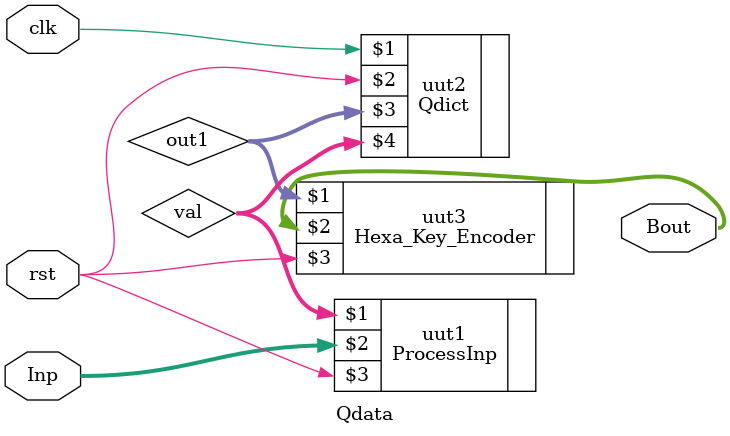
<source format=v>
module Qdata(clk, rst, Inp, Bout);

input          clk, rst;
input         [7:0] Inp;
output        [7:0]Bout;
wire           [7:0]val;
wire         [79:0]out1;

ProcessInp              uut1(val, Inp, rst);
Qdict             uut2(clk, rst, out1, val);
Hexa_Key_Encoder      uut3(out1, Bout, rst);

endmodule

</source>
